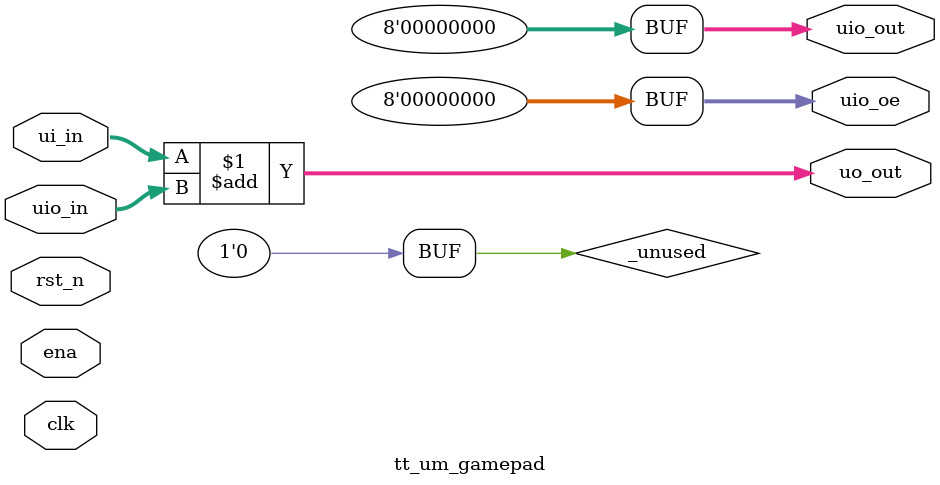
<source format=v>
/*
 * Copyright (c) 2024 Your Name
 * SPDX-License-Identifier: Apache-2.0
 */

`default_nettype none

module tt_um_gamepad (
    input  wire [7:0] ui_in,    // Dedicated inputs
    output wire [7:0] uo_out,   // Dedicated outputs
    input  wire [7:0] uio_in,   // IOs: Input path
    output wire [7:0] uio_out,  // IOs: Output path
    output wire [7:0] uio_oe,   // IOs: Enable path (active high: 0=input, 1=output)
    input  wire       ena,      // always 1 when the design is powered, so you can ignore it
    input  wire       clk,      // clock
    input  wire       rst_n     // reset_n - low to reset
);

  // All output pins must be assigned. If not used, assign to 0.
  assign uo_out  = ui_in + uio_in;  // Example: ou_out is the sum of ui_in and uio_in
  assign uio_out = 0;
  assign uio_oe  = 0;

  // List all unused inputs to prevent warnings
  wire _unused = &{ena, clk, rst_n, 1'b0};

endmodule

</source>
